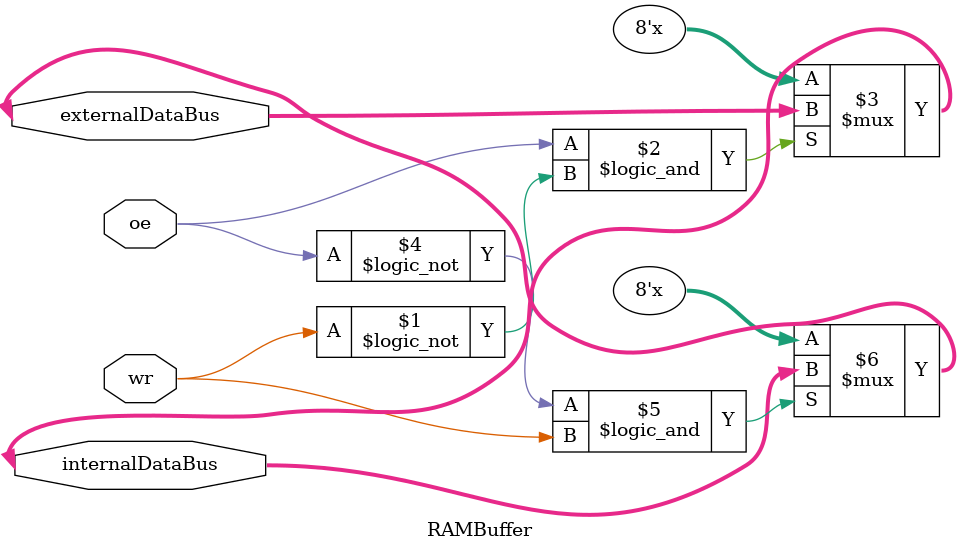
<source format=v>
`timescale 1ns / 1ps


module RAMBuffer(
    input oe,
    input wr,
    inout [7:0] internalDataBus,
    inout [7:0] externalDataBus
);
    assign internalDataBus = (oe && !wr) ? externalDataBus : 8'hZZ;
    assign externalDataBus = (!oe && wr) ? internalDataBus : 8'hZZ;
endmodule

</source>
